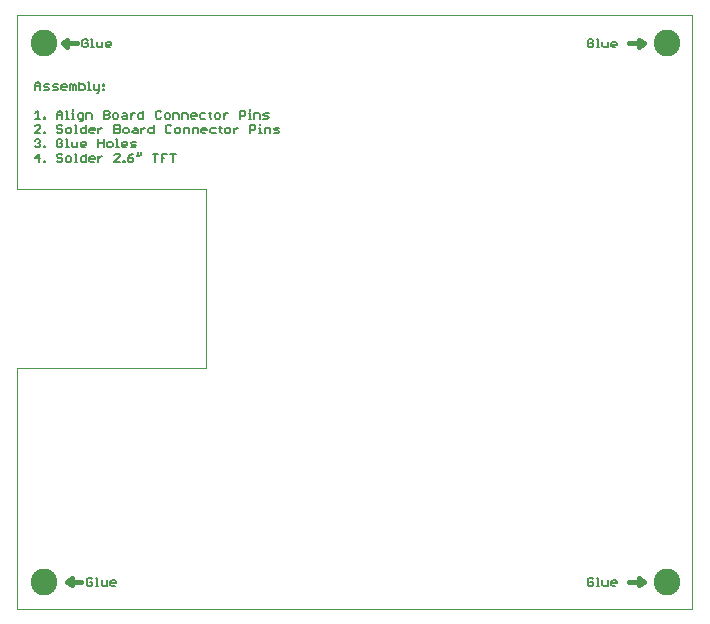
<source format=gto>
G75*
%MOIN*%
%OFA0B0*%
%FSLAX25Y25*%
%IPPOS*%
%LPD*%
%AMOC8*
5,1,8,0,0,1.08239X$1,22.5*
%
%ADD10C,0.00300*%
%ADD11C,0.08908*%
%ADD12C,0.00500*%
%ADD13C,0.01600*%
D10*
X0002189Y0001992D02*
X0002189Y0082209D01*
X0065083Y0082209D01*
X0065083Y0141854D01*
X0002189Y0141854D01*
X0002189Y0199925D01*
X0227189Y0199925D01*
X0227189Y0001992D01*
X0002189Y0001992D01*
D11*
X0010949Y0010949D03*
X0010949Y0190476D03*
X0218823Y0190476D03*
X0218823Y0010949D03*
D12*
X0201960Y0010950D02*
X0201960Y0010500D01*
X0200159Y0010500D01*
X0200159Y0010950D02*
X0200609Y0011400D01*
X0201510Y0011400D01*
X0201960Y0010950D01*
X0201510Y0009599D02*
X0200609Y0009599D01*
X0200159Y0010049D01*
X0200159Y0010950D01*
X0199014Y0011400D02*
X0199014Y0009599D01*
X0197662Y0009599D01*
X0197212Y0010049D01*
X0197212Y0011400D01*
X0195698Y0012301D02*
X0195698Y0009599D01*
X0195248Y0009599D02*
X0196148Y0009599D01*
X0194103Y0010049D02*
X0194103Y0010950D01*
X0193202Y0010950D01*
X0194103Y0011851D02*
X0193652Y0012301D01*
X0192752Y0012301D01*
X0192301Y0011851D01*
X0192301Y0010049D01*
X0192752Y0009599D01*
X0193652Y0009599D01*
X0194103Y0010049D01*
X0195248Y0012301D02*
X0195698Y0012301D01*
X0054130Y0150928D02*
X0054130Y0153630D01*
X0053229Y0153630D02*
X0055031Y0153630D01*
X0052084Y0153630D02*
X0050283Y0153630D01*
X0050283Y0150928D01*
X0050283Y0152279D02*
X0051183Y0152279D01*
X0049138Y0153630D02*
X0047336Y0153630D01*
X0048237Y0153630D02*
X0048237Y0150928D01*
X0043285Y0153180D02*
X0042835Y0152729D01*
X0043285Y0153180D02*
X0043285Y0154081D01*
X0042385Y0154081D02*
X0042385Y0153180D01*
X0041934Y0152729D01*
X0040789Y0151829D02*
X0040339Y0152279D01*
X0038988Y0152279D01*
X0038988Y0151378D01*
X0039438Y0150928D01*
X0040339Y0150928D01*
X0040789Y0151378D01*
X0040789Y0151829D01*
X0039888Y0153180D02*
X0038988Y0152279D01*
X0039888Y0153180D02*
X0040789Y0153630D01*
X0041321Y0155728D02*
X0041771Y0156178D01*
X0041321Y0156629D01*
X0040420Y0156629D01*
X0039970Y0157079D01*
X0040420Y0157529D01*
X0041771Y0157529D01*
X0041321Y0155728D02*
X0039970Y0155728D01*
X0038825Y0156629D02*
X0038825Y0157079D01*
X0038374Y0157529D01*
X0037474Y0157529D01*
X0037023Y0157079D01*
X0037023Y0156178D01*
X0037474Y0155728D01*
X0038374Y0155728D01*
X0038825Y0156629D02*
X0037023Y0156629D01*
X0035960Y0155728D02*
X0035059Y0155728D01*
X0035509Y0155728D02*
X0035509Y0158430D01*
X0035059Y0158430D01*
X0033914Y0157079D02*
X0033914Y0156178D01*
X0033464Y0155728D01*
X0032563Y0155728D01*
X0032112Y0156178D01*
X0032112Y0157079D01*
X0032563Y0157529D01*
X0033464Y0157529D01*
X0033914Y0157079D01*
X0030967Y0157079D02*
X0029166Y0157079D01*
X0029166Y0155728D02*
X0029166Y0158430D01*
X0030967Y0158430D02*
X0030967Y0155728D01*
X0034568Y0153180D02*
X0035018Y0153630D01*
X0035919Y0153630D01*
X0036369Y0153180D01*
X0036369Y0152729D01*
X0034568Y0150928D01*
X0036369Y0150928D01*
X0037514Y0150928D02*
X0037965Y0150928D01*
X0037965Y0151378D01*
X0037514Y0151378D01*
X0037514Y0150928D01*
X0030517Y0152729D02*
X0030067Y0152729D01*
X0029166Y0151829D01*
X0029166Y0152729D02*
X0029166Y0150928D01*
X0028021Y0151829D02*
X0026219Y0151829D01*
X0026219Y0152279D02*
X0026670Y0152729D01*
X0027571Y0152729D01*
X0028021Y0152279D01*
X0028021Y0151829D01*
X0027571Y0150928D02*
X0026670Y0150928D01*
X0026219Y0151378D01*
X0026219Y0152279D01*
X0025074Y0152729D02*
X0023723Y0152729D01*
X0023273Y0152279D01*
X0023273Y0151378D01*
X0023723Y0150928D01*
X0025074Y0150928D01*
X0025074Y0153630D01*
X0024624Y0155728D02*
X0023723Y0155728D01*
X0023273Y0156178D01*
X0023273Y0157079D01*
X0023723Y0157529D01*
X0024624Y0157529D01*
X0025074Y0157079D01*
X0025074Y0156629D01*
X0023273Y0156629D01*
X0022128Y0155728D02*
X0022128Y0157529D01*
X0022128Y0155728D02*
X0020777Y0155728D01*
X0020326Y0156178D01*
X0020326Y0157529D01*
X0018812Y0158430D02*
X0018812Y0155728D01*
X0018362Y0155728D02*
X0019263Y0155728D01*
X0017217Y0156178D02*
X0017217Y0157079D01*
X0016316Y0157079D01*
X0015416Y0156178D02*
X0015866Y0155728D01*
X0016767Y0155728D01*
X0017217Y0156178D01*
X0015416Y0156178D02*
X0015416Y0157980D01*
X0015866Y0158430D01*
X0016767Y0158430D01*
X0017217Y0157980D01*
X0018362Y0158430D02*
X0018812Y0158430D01*
X0018812Y0160528D02*
X0018362Y0160978D01*
X0018362Y0161879D01*
X0018812Y0162329D01*
X0019713Y0162329D01*
X0020164Y0161879D01*
X0020164Y0160978D01*
X0019713Y0160528D01*
X0018812Y0160528D01*
X0017217Y0160978D02*
X0017217Y0161429D01*
X0016767Y0161879D01*
X0015866Y0161879D01*
X0015416Y0162329D01*
X0015416Y0162780D01*
X0015866Y0163230D01*
X0016767Y0163230D01*
X0017217Y0162780D01*
X0017217Y0160978D02*
X0016767Y0160528D01*
X0015866Y0160528D01*
X0015416Y0160978D01*
X0011446Y0160978D02*
X0011446Y0160528D01*
X0010996Y0160528D01*
X0010996Y0160978D01*
X0011446Y0160978D01*
X0009851Y0160528D02*
X0008049Y0160528D01*
X0009851Y0162329D01*
X0009851Y0162780D01*
X0009400Y0163230D01*
X0008500Y0163230D01*
X0008049Y0162780D01*
X0008049Y0165328D02*
X0009851Y0165328D01*
X0008950Y0165328D02*
X0008950Y0168030D01*
X0008049Y0167129D01*
X0010996Y0165778D02*
X0011446Y0165778D01*
X0011446Y0165328D01*
X0010996Y0165328D01*
X0010996Y0165778D01*
X0015416Y0165328D02*
X0015416Y0167129D01*
X0016316Y0168030D01*
X0017217Y0167129D01*
X0017217Y0165328D01*
X0018362Y0165328D02*
X0019263Y0165328D01*
X0018812Y0165328D02*
X0018812Y0168030D01*
X0018362Y0168030D01*
X0017217Y0166679D02*
X0015416Y0166679D01*
X0020326Y0167129D02*
X0020777Y0167129D01*
X0020777Y0165328D01*
X0021227Y0165328D02*
X0020326Y0165328D01*
X0022291Y0165778D02*
X0022741Y0165328D01*
X0024092Y0165328D01*
X0024092Y0164878D02*
X0024092Y0167129D01*
X0022741Y0167129D01*
X0022291Y0166679D01*
X0022291Y0165778D01*
X0023191Y0164427D02*
X0023642Y0164427D01*
X0024092Y0164878D01*
X0025237Y0165328D02*
X0025237Y0167129D01*
X0026588Y0167129D01*
X0027039Y0166679D01*
X0027039Y0165328D01*
X0025074Y0163230D02*
X0025074Y0160528D01*
X0023723Y0160528D01*
X0023273Y0160978D01*
X0023273Y0161879D01*
X0023723Y0162329D01*
X0025074Y0162329D01*
X0026219Y0161879D02*
X0026219Y0160978D01*
X0026670Y0160528D01*
X0027571Y0160528D01*
X0028021Y0161429D02*
X0026219Y0161429D01*
X0026219Y0161879D02*
X0026670Y0162329D01*
X0027571Y0162329D01*
X0028021Y0161879D01*
X0028021Y0161429D01*
X0029166Y0161429D02*
X0030067Y0162329D01*
X0030517Y0162329D01*
X0029166Y0162329D02*
X0029166Y0160528D01*
X0034568Y0160528D02*
X0034568Y0163230D01*
X0035919Y0163230D01*
X0036369Y0162780D01*
X0036369Y0162329D01*
X0035919Y0161879D01*
X0034568Y0161879D01*
X0035919Y0161879D02*
X0036369Y0161429D01*
X0036369Y0160978D01*
X0035919Y0160528D01*
X0034568Y0160528D01*
X0037514Y0160978D02*
X0037965Y0160528D01*
X0038866Y0160528D01*
X0039316Y0160978D01*
X0039316Y0161879D01*
X0038866Y0162329D01*
X0037965Y0162329D01*
X0037514Y0161879D01*
X0037514Y0160978D01*
X0040461Y0160978D02*
X0040911Y0161429D01*
X0042262Y0161429D01*
X0042262Y0161879D02*
X0042262Y0160528D01*
X0040911Y0160528D01*
X0040461Y0160978D01*
X0040911Y0162329D02*
X0041812Y0162329D01*
X0042262Y0161879D01*
X0043407Y0161429D02*
X0044308Y0162329D01*
X0044759Y0162329D01*
X0045863Y0161879D02*
X0046313Y0162329D01*
X0047664Y0162329D01*
X0047664Y0163230D02*
X0047664Y0160528D01*
X0046313Y0160528D01*
X0045863Y0160978D01*
X0045863Y0161879D01*
X0043407Y0162329D02*
X0043407Y0160528D01*
X0042876Y0165328D02*
X0042425Y0165778D01*
X0042425Y0166679D01*
X0042876Y0167129D01*
X0044227Y0167129D01*
X0044227Y0168030D02*
X0044227Y0165328D01*
X0042876Y0165328D01*
X0041321Y0167129D02*
X0040871Y0167129D01*
X0039970Y0166229D01*
X0039970Y0167129D02*
X0039970Y0165328D01*
X0038825Y0165328D02*
X0037474Y0165328D01*
X0037023Y0165778D01*
X0037474Y0166229D01*
X0038825Y0166229D01*
X0038825Y0166679D02*
X0038825Y0165328D01*
X0038825Y0166679D02*
X0038374Y0167129D01*
X0037474Y0167129D01*
X0035878Y0166679D02*
X0035428Y0167129D01*
X0034527Y0167129D01*
X0034077Y0166679D01*
X0034077Y0165778D01*
X0034527Y0165328D01*
X0035428Y0165328D01*
X0035878Y0165778D01*
X0035878Y0166679D01*
X0032932Y0166229D02*
X0032932Y0165778D01*
X0032481Y0165328D01*
X0031130Y0165328D01*
X0031130Y0168030D01*
X0032481Y0168030D01*
X0032932Y0167580D01*
X0032932Y0167129D01*
X0032481Y0166679D01*
X0031130Y0166679D01*
X0032481Y0166679D02*
X0032932Y0166229D01*
X0029044Y0174027D02*
X0028593Y0174027D01*
X0029044Y0174027D02*
X0029494Y0174478D01*
X0029494Y0176729D01*
X0030639Y0176729D02*
X0030639Y0176279D01*
X0031090Y0176279D01*
X0031090Y0176729D01*
X0030639Y0176729D01*
X0030639Y0175378D02*
X0030639Y0174928D01*
X0031090Y0174928D01*
X0031090Y0175378D01*
X0030639Y0175378D01*
X0029494Y0174928D02*
X0028143Y0174928D01*
X0027693Y0175378D01*
X0027693Y0176729D01*
X0026179Y0177630D02*
X0026179Y0174928D01*
X0026629Y0174928D02*
X0025728Y0174928D01*
X0024583Y0175378D02*
X0024583Y0176279D01*
X0024133Y0176729D01*
X0022782Y0176729D01*
X0022782Y0177630D02*
X0022782Y0174928D01*
X0024133Y0174928D01*
X0024583Y0175378D01*
X0025728Y0177630D02*
X0026179Y0177630D01*
X0021637Y0176279D02*
X0021637Y0174928D01*
X0020736Y0174928D02*
X0020736Y0176279D01*
X0021186Y0176729D01*
X0021637Y0176279D01*
X0020736Y0176279D02*
X0020286Y0176729D01*
X0019835Y0176729D01*
X0019835Y0174928D01*
X0018690Y0175829D02*
X0016889Y0175829D01*
X0016889Y0176279D02*
X0017339Y0176729D01*
X0018240Y0176729D01*
X0018690Y0176279D01*
X0018690Y0175829D01*
X0018240Y0174928D02*
X0017339Y0174928D01*
X0016889Y0175378D01*
X0016889Y0176279D01*
X0015744Y0176729D02*
X0014393Y0176729D01*
X0013942Y0176279D01*
X0014393Y0175829D01*
X0015293Y0175829D01*
X0015744Y0175378D01*
X0015293Y0174928D01*
X0013942Y0174928D01*
X0012797Y0175378D02*
X0012347Y0175829D01*
X0011446Y0175829D01*
X0010996Y0176279D01*
X0011446Y0176729D01*
X0012797Y0176729D01*
X0012797Y0175378D02*
X0012347Y0174928D01*
X0010996Y0174928D01*
X0009851Y0174928D02*
X0009851Y0176729D01*
X0008950Y0177630D01*
X0008049Y0176729D01*
X0008049Y0174928D01*
X0008049Y0176279D02*
X0009851Y0176279D01*
X0020777Y0168481D02*
X0020777Y0168030D01*
X0021309Y0163230D02*
X0021759Y0163230D01*
X0021759Y0160528D01*
X0021309Y0160528D02*
X0022209Y0160528D01*
X0021759Y0153630D02*
X0021759Y0150928D01*
X0021309Y0150928D02*
X0022209Y0150928D01*
X0020164Y0151378D02*
X0020164Y0152279D01*
X0019713Y0152729D01*
X0018812Y0152729D01*
X0018362Y0152279D01*
X0018362Y0151378D01*
X0018812Y0150928D01*
X0019713Y0150928D01*
X0020164Y0151378D01*
X0021309Y0153630D02*
X0021759Y0153630D01*
X0017217Y0153180D02*
X0016767Y0153630D01*
X0015866Y0153630D01*
X0015416Y0153180D01*
X0015416Y0152729D01*
X0015866Y0152279D01*
X0016767Y0152279D01*
X0017217Y0151829D01*
X0017217Y0151378D01*
X0016767Y0150928D01*
X0015866Y0150928D01*
X0015416Y0151378D01*
X0011446Y0151378D02*
X0011446Y0150928D01*
X0010996Y0150928D01*
X0010996Y0151378D01*
X0011446Y0151378D01*
X0009851Y0152279D02*
X0008049Y0152279D01*
X0009400Y0153630D01*
X0009400Y0150928D01*
X0009400Y0155728D02*
X0008500Y0155728D01*
X0008049Y0156178D01*
X0008950Y0157079D02*
X0009400Y0157079D01*
X0009851Y0156629D01*
X0009851Y0156178D01*
X0009400Y0155728D01*
X0009400Y0157079D02*
X0009851Y0157529D01*
X0009851Y0157980D01*
X0009400Y0158430D01*
X0008500Y0158430D01*
X0008049Y0157980D01*
X0010996Y0156178D02*
X0011446Y0156178D01*
X0011446Y0155728D01*
X0010996Y0155728D01*
X0010996Y0156178D01*
X0024248Y0189126D02*
X0025148Y0189126D01*
X0025599Y0189577D01*
X0025599Y0190478D01*
X0024698Y0190478D01*
X0023797Y0191378D02*
X0023797Y0189577D01*
X0024248Y0189126D01*
X0023797Y0191378D02*
X0024248Y0191829D01*
X0025148Y0191829D01*
X0025599Y0191378D01*
X0026744Y0191829D02*
X0027194Y0191829D01*
X0027194Y0189126D01*
X0026744Y0189126D02*
X0027645Y0189126D01*
X0028708Y0189577D02*
X0029158Y0189126D01*
X0030510Y0189126D01*
X0030510Y0190928D01*
X0031655Y0190478D02*
X0032105Y0190928D01*
X0033006Y0190928D01*
X0033456Y0190478D01*
X0033456Y0190027D01*
X0031655Y0190027D01*
X0031655Y0189577D02*
X0031655Y0190478D01*
X0031655Y0189577D02*
X0032105Y0189126D01*
X0033006Y0189126D01*
X0028708Y0189577D02*
X0028708Y0190928D01*
X0048769Y0168030D02*
X0048318Y0167580D01*
X0048318Y0165778D01*
X0048769Y0165328D01*
X0049669Y0165328D01*
X0050120Y0165778D01*
X0051265Y0165778D02*
X0051715Y0165328D01*
X0052616Y0165328D01*
X0053066Y0165778D01*
X0053066Y0166679D01*
X0052616Y0167129D01*
X0051715Y0167129D01*
X0051265Y0166679D01*
X0051265Y0165778D01*
X0050120Y0167580D02*
X0049669Y0168030D01*
X0048769Y0168030D01*
X0054211Y0167129D02*
X0054211Y0165328D01*
X0054211Y0167129D02*
X0055562Y0167129D01*
X0056013Y0166679D01*
X0056013Y0165328D01*
X0057158Y0165328D02*
X0057158Y0167129D01*
X0058509Y0167129D01*
X0058959Y0166679D01*
X0058959Y0165328D01*
X0060104Y0165778D02*
X0060104Y0166679D01*
X0060555Y0167129D01*
X0061455Y0167129D01*
X0061906Y0166679D01*
X0061906Y0166229D01*
X0060104Y0166229D01*
X0060104Y0165778D02*
X0060555Y0165328D01*
X0061455Y0165328D01*
X0063051Y0165778D02*
X0063501Y0165328D01*
X0064852Y0165328D01*
X0066448Y0165778D02*
X0066898Y0165328D01*
X0066448Y0165778D02*
X0066448Y0167580D01*
X0065997Y0167129D02*
X0066898Y0167129D01*
X0067962Y0166679D02*
X0067962Y0165778D01*
X0068412Y0165328D01*
X0069313Y0165328D01*
X0069763Y0165778D01*
X0069763Y0166679D01*
X0069313Y0167129D01*
X0068412Y0167129D01*
X0067962Y0166679D01*
X0070908Y0166229D02*
X0071809Y0167129D01*
X0072259Y0167129D01*
X0070908Y0167129D02*
X0070908Y0165328D01*
X0069885Y0162780D02*
X0069885Y0160978D01*
X0070336Y0160528D01*
X0071399Y0160978D02*
X0071850Y0160528D01*
X0072750Y0160528D01*
X0073201Y0160978D01*
X0073201Y0161879D01*
X0072750Y0162329D01*
X0071850Y0162329D01*
X0071399Y0161879D01*
X0071399Y0160978D01*
X0070336Y0162329D02*
X0069435Y0162329D01*
X0068290Y0162329D02*
X0066939Y0162329D01*
X0066488Y0161879D01*
X0066488Y0160978D01*
X0066939Y0160528D01*
X0068290Y0160528D01*
X0065343Y0161429D02*
X0063542Y0161429D01*
X0063542Y0161879D02*
X0063992Y0162329D01*
X0064893Y0162329D01*
X0065343Y0161879D01*
X0065343Y0161429D01*
X0064893Y0160528D02*
X0063992Y0160528D01*
X0063542Y0160978D01*
X0063542Y0161879D01*
X0062397Y0161879D02*
X0062397Y0160528D01*
X0062397Y0161879D02*
X0061947Y0162329D01*
X0060595Y0162329D01*
X0060595Y0160528D01*
X0059450Y0160528D02*
X0059450Y0161879D01*
X0059000Y0162329D01*
X0057649Y0162329D01*
X0057649Y0160528D01*
X0056504Y0160978D02*
X0056504Y0161879D01*
X0056054Y0162329D01*
X0055153Y0162329D01*
X0054702Y0161879D01*
X0054702Y0160978D01*
X0055153Y0160528D01*
X0056054Y0160528D01*
X0056504Y0160978D01*
X0053557Y0160978D02*
X0053107Y0160528D01*
X0052206Y0160528D01*
X0051756Y0160978D01*
X0051756Y0162780D01*
X0052206Y0163230D01*
X0053107Y0163230D01*
X0053557Y0162780D01*
X0063051Y0165778D02*
X0063051Y0166679D01*
X0063501Y0167129D01*
X0064852Y0167129D01*
X0074346Y0162329D02*
X0074346Y0160528D01*
X0074346Y0161429D02*
X0075247Y0162329D01*
X0075697Y0162329D01*
X0076310Y0165328D02*
X0076310Y0168030D01*
X0077661Y0168030D01*
X0078112Y0167580D01*
X0078112Y0166679D01*
X0077661Y0166229D01*
X0076310Y0166229D01*
X0079257Y0167129D02*
X0079707Y0167129D01*
X0079707Y0165328D01*
X0079257Y0165328D02*
X0080157Y0165328D01*
X0081221Y0165328D02*
X0081221Y0167129D01*
X0082572Y0167129D01*
X0083023Y0166679D01*
X0083023Y0165328D01*
X0084168Y0165328D02*
X0085519Y0165328D01*
X0085969Y0165778D01*
X0085519Y0166229D01*
X0084618Y0166229D01*
X0084168Y0166679D01*
X0084618Y0167129D01*
X0085969Y0167129D01*
X0083145Y0163681D02*
X0083145Y0163230D01*
X0083145Y0162329D02*
X0083145Y0160528D01*
X0083595Y0160528D02*
X0082694Y0160528D01*
X0081549Y0161879D02*
X0081099Y0161429D01*
X0079748Y0161429D01*
X0079748Y0160528D02*
X0079748Y0163230D01*
X0081099Y0163230D01*
X0081549Y0162780D01*
X0081549Y0161879D01*
X0082694Y0162329D02*
X0083145Y0162329D01*
X0084659Y0162329D02*
X0084659Y0160528D01*
X0086460Y0160528D02*
X0086460Y0161879D01*
X0086010Y0162329D01*
X0084659Y0162329D01*
X0087605Y0161879D02*
X0088056Y0162329D01*
X0089407Y0162329D01*
X0088956Y0161429D02*
X0088056Y0161429D01*
X0087605Y0161879D01*
X0087605Y0160528D02*
X0088956Y0160528D01*
X0089407Y0160978D01*
X0088956Y0161429D01*
X0079707Y0168030D02*
X0079707Y0168481D01*
X0192301Y0189577D02*
X0192752Y0189126D01*
X0193652Y0189126D01*
X0194103Y0189577D01*
X0194103Y0190478D01*
X0193202Y0190478D01*
X0194103Y0191378D02*
X0193652Y0191829D01*
X0192752Y0191829D01*
X0192301Y0191378D01*
X0192301Y0189577D01*
X0195248Y0189126D02*
X0196148Y0189126D01*
X0195698Y0189126D02*
X0195698Y0191829D01*
X0195248Y0191829D01*
X0197212Y0190928D02*
X0197212Y0189577D01*
X0197662Y0189126D01*
X0199014Y0189126D01*
X0199014Y0190928D01*
X0200159Y0190478D02*
X0200609Y0190928D01*
X0201510Y0190928D01*
X0201960Y0190478D01*
X0201960Y0190027D01*
X0200159Y0190027D01*
X0200159Y0189577D02*
X0200159Y0190478D01*
X0200159Y0189577D02*
X0200609Y0189126D01*
X0201510Y0189126D01*
X0028769Y0012301D02*
X0028769Y0009599D01*
X0028319Y0009599D02*
X0029219Y0009599D01*
X0030283Y0010049D02*
X0030283Y0011400D01*
X0030283Y0010049D02*
X0030733Y0009599D01*
X0032084Y0009599D01*
X0032084Y0011400D01*
X0033229Y0010950D02*
X0033229Y0010049D01*
X0033680Y0009599D01*
X0034581Y0009599D01*
X0035031Y0010500D02*
X0033229Y0010500D01*
X0033229Y0010950D02*
X0033680Y0011400D01*
X0034581Y0011400D01*
X0035031Y0010950D01*
X0035031Y0010500D01*
X0028769Y0012301D02*
X0028319Y0012301D01*
X0027174Y0011851D02*
X0026723Y0012301D01*
X0025822Y0012301D01*
X0025372Y0011851D01*
X0025372Y0010049D01*
X0025822Y0009599D01*
X0026723Y0009599D01*
X0027174Y0010049D01*
X0027174Y0010950D01*
X0026273Y0010950D01*
D13*
X0023547Y0010949D02*
X0018823Y0010949D01*
X0020398Y0009768D01*
X0020398Y0012130D01*
X0018823Y0010949D01*
X0021972Y0010949D01*
X0206224Y0010949D02*
X0210949Y0010949D01*
X0209374Y0012130D01*
X0209374Y0009768D01*
X0210949Y0010949D01*
X0207799Y0010949D01*
X0209374Y0189295D02*
X0209374Y0191657D01*
X0210949Y0190476D01*
X0206224Y0190476D01*
X0207799Y0190476D02*
X0210949Y0190476D01*
X0209374Y0189295D01*
X0021972Y0190476D02*
X0017248Y0190476D01*
X0018823Y0189295D01*
X0018823Y0191657D01*
X0017248Y0190476D01*
X0020398Y0190476D01*
M02*

</source>
